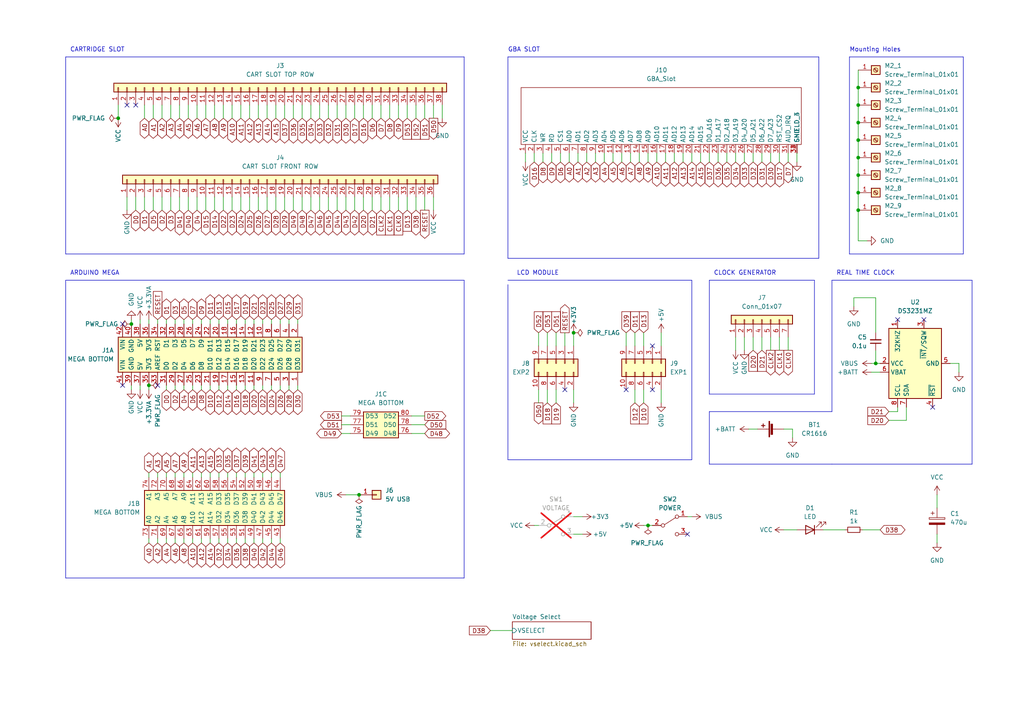
<source format=kicad_sch>
(kicad_sch (version 20231120) (generator "eeschema") (generator_version "8.0")
  (paper "A4")
  (title_block (title "OSCR HW5") (date "2023-07-16") (rev "5"))
  (junction (at 254 105.41))
  (junction (at 248.92 45.72))
  (junction (at 248.92 40.64))
  (junction (at 248.92 55.88))
  (junction (at 248.92 25.4))
  (junction (at 38.1 93.98))
  (junction (at 248.92 30.48))
  (junction (at 104.14 143.51))
  (junction (at 187.96 152.4))
  (junction (at 248.92 60.96))
  (junction (at 248.92 50.8))
  (junction (at 34.29 34.29))
  (junction (at 43.18 111.76))
  (junction (at 248.92 35.56))
  (junction (at 166.37 96.52))
  (no_connect (at 45.72 111.76))
  (no_connect (at 163.83 113.03))
  (no_connect (at 181.61 113.03))
  (no_connect (at 189.23 100.33))
  (no_connect (at 189.23 113.03))
  (no_connect (at 36.83 30.48))
  (no_connect (at 199.39 154.94))
  (no_connect (at 267.97 92.71))
  (no_connect (at 260.35 92.71))
  (no_connect (at 270.51 118.11))
  (no_connect (at 39.37 30.48))
  (no_connect (at 35.56 93.98))
  (no_connect (at 35.56 111.76))
  (wire (pts (xy 123.19 30.48) (xy 123.19 34.29)))
  (wire (pts (xy 49.53 57.15) (xy 49.53 60.96)))
  (wire (pts (xy 203.2 44.45) (xy 203.2 46.99)))
  (wire (pts (xy 254 101.6) (xy 254 105.41)))
  (wire (pts (xy 39.37 57.15) (xy 39.37 60.96)))
  (wire (pts (xy 68.58 111.76) (xy 68.58 113.03)))
  (wire (pts (xy 57.15 57.15) (xy 57.15 60.96)))
  (wire (pts (xy 78.74 92.71) (xy 78.74 93.98)))
  (wire (pts (xy 175.26 44.45) (xy 175.26 46.99)))
  (polyline (pts (xy 241.3 134.62) (xy 205.74 134.62)))
  (wire (pts (xy 110.49 30.48) (xy 110.49 34.29)))
  (wire (pts (xy 231.14 44.45) (xy 231.14 46.99)))
  (wire (pts (xy 92.71 30.48) (xy 92.71 34.29)))
  (wire (pts (xy 77.47 30.48) (xy 77.47 34.29)))
  (wire (pts (xy 248.92 40.64) (xy 248.92 45.72)))
  (wire (pts (xy 50.8 156.21) (xy 50.8 157.48)))
  (wire (pts (xy 63.5 111.76) (xy 63.5 113.03)))
  (wire (pts (xy 223.52 44.45) (xy 223.52 46.99)))
  (polyline (pts (xy 147.32 16.51) (xy 237.49 16.51)))
  (wire (pts (xy 118.11 30.48) (xy 118.11 34.29)))
  (wire (pts (xy 190.5 44.45) (xy 190.5 46.99)))
  (wire (pts (xy 82.55 57.15) (xy 82.55 60.96)))
  (wire (pts (xy 187.96 44.45) (xy 187.96 46.99)))
  (wire (pts (xy 52.07 57.15) (xy 52.07 60.96)))
  (wire (pts (xy 66.04 156.21) (xy 66.04 157.48)))
  (wire (pts (xy 71.12 92.71) (xy 71.12 93.98)))
  (wire (pts (xy 100.33 143.51) (xy 104.14 143.51)))
  (wire (pts (xy 66.04 137.16) (xy 66.04 138.43)))
  (wire (pts (xy 218.44 44.45) (xy 218.44 46.99)))
  (wire (pts (xy 99.06 120.65) (xy 101.6 120.65)))
  (wire (pts (xy 208.28 44.45) (xy 208.28 46.99)))
  (wire (pts (xy 257.81 119.38) (xy 260.35 119.38)))
  (wire (pts (xy 170.18 44.45) (xy 170.18 46.99)))
  (wire (pts (xy 223.52 97.79) (xy 223.52 101.6)))
  (wire (pts (xy 157.48 44.45) (xy 157.48 46.99)))
  (wire (pts (xy 68.58 156.21) (xy 68.58 157.48)))
  (wire (pts (xy 238.76 153.67) (xy 245.11 153.67)))
  (wire (pts (xy 184.15 113.03) (xy 184.15 116.84)))
  (polyline (pts (xy 205.74 81.28) (xy 205.74 114.3)))
  (polyline (pts (xy 205.74 81.28) (xy 236.22 81.28)))
  (polyline (pts (xy 205.74 114.3) (xy 236.22 114.3)))
  (polyline (pts (xy 236.22 114.3) (xy 236.22 81.28)))
  (wire (pts (xy 107.95 30.48) (xy 107.95 34.29)))
  (polyline (pts (xy 205.74 134.62) (xy 205.74 119.38)))
  (wire (pts (xy 248.92 69.85) (xy 251.46 69.85)))
  (wire (pts (xy 254 96.52) (xy 254 86.36)))
  (wire (pts (xy 123.19 57.15) (xy 123.19 60.96)))
  (wire (pts (xy 41.91 30.48) (xy 41.91 34.29)))
  (wire (pts (xy 74.93 30.48) (xy 74.93 34.29)))
  (wire (pts (xy 227.33 124.46) (xy 229.87 124.46)))
  (wire (pts (xy 248.92 20.32) (xy 248.92 25.4)))
  (wire (pts (xy 72.39 30.48) (xy 72.39 34.29)))
  (wire (pts (xy 54.61 57.15) (xy 54.61 60.96)))
  (wire (pts (xy 80.01 57.15) (xy 80.01 60.96)))
  (wire (pts (xy 115.57 57.15) (xy 115.57 60.96)))
  (wire (pts (xy 165.1 44.45) (xy 165.1 46.99)))
  (wire (pts (xy 68.58 92.71) (xy 68.58 93.98)))
  (wire (pts (xy 60.96 92.71) (xy 60.96 93.98)))
  (wire (pts (xy 278.13 105.41) (xy 275.59 105.41)))
  (wire (pts (xy 110.49 57.15) (xy 110.49 60.96)))
  (wire (pts (xy 248.92 35.56) (xy 248.92 40.64)))
  (wire (pts (xy 191.77 96.52) (xy 191.77 100.33)))
  (wire (pts (xy 43.18 156.21) (xy 43.18 157.48)))
  (wire (pts (xy 45.72 137.16) (xy 45.72 138.43)))
  (wire (pts (xy 72.39 57.15) (xy 72.39 60.96)))
  (wire (pts (xy 160.02 44.45) (xy 160.02 46.99)))
  (wire (pts (xy 86.36 111.76) (xy 86.36 113.03)))
  (wire (pts (xy 191.77 113.03) (xy 191.77 116.84)))
  (wire (pts (xy 64.77 30.48) (xy 64.77 34.29)))
  (wire (pts (xy 55.88 92.71) (xy 55.88 93.98)))
  (wire (pts (xy 193.04 44.45) (xy 193.04 46.99)))
  (wire (pts (xy 81.28 92.71) (xy 81.28 93.98)))
  (wire (pts (xy 186.69 96.52) (xy 186.69 100.33)))
  (wire (pts (xy 215.9 44.45) (xy 215.9 46.99)))
  (wire (pts (xy 248.92 55.88) (xy 248.92 60.96)))
  (wire (pts (xy 55.88 156.21) (xy 55.88 157.48)))
  (wire (pts (xy 260.35 119.38) (xy 260.35 118.11)))
  (wire (pts (xy 125.73 30.48) (xy 125.73 34.29)))
  (wire (pts (xy 46.99 30.48) (xy 46.99 34.29)))
  (wire (pts (xy 220.98 97.79) (xy 220.98 101.6)))
  (polyline (pts (xy 281.94 134.62) (xy 281.94 81.28)))
  (wire (pts (xy 50.8 111.76) (xy 50.8 113.03)))
  (wire (pts (xy 205.74 44.45) (xy 205.74 46.99)))
  (wire (pts (xy 73.66 137.16) (xy 73.66 138.43)))
  (wire (pts (xy 63.5 137.16) (xy 63.5 138.43)))
  (wire (pts (xy 44.45 57.15) (xy 44.45 60.96)))
  (wire (pts (xy 105.41 30.48) (xy 105.41 34.29)))
  (wire (pts (xy 48.26 156.21) (xy 48.26 157.48)))
  (polyline (pts (xy 147.32 74.93) (xy 237.49 74.93)))
  (polyline (pts (xy 241.3 134.62) (xy 281.94 134.62)))
  (polyline (pts (xy 246.38 16.51) (xy 246.38 73.66)))
  (polyline (pts (xy 246.38 16.51) (xy 279.4 16.51)))
  (polyline (pts (xy 279.4 16.51) (xy 279.4 73.66)))
  (polyline (pts (xy 279.4 73.66) (xy 246.38 73.66)))
  (wire (pts (xy 41.91 57.15) (xy 41.91 60.96)))
  (wire (pts (xy 220.98 44.45) (xy 220.98 46.99)))
  (wire (pts (xy 81.28 111.76) (xy 81.28 113.03)))
  (wire (pts (xy 187.96 152.4) (xy 189.23 152.4)))
  (wire (pts (xy 68.58 137.16) (xy 68.58 138.43)))
  (wire (pts (xy 44.45 30.48) (xy 44.45 34.29)))
  (wire (pts (xy 53.34 137.16) (xy 53.34 138.43)))
  (wire (pts (xy 120.65 57.15) (xy 120.65 60.96)))
  (wire (pts (xy 158.75 96.52) (xy 158.75 100.33)))
  (wire (pts (xy 78.74 156.21) (xy 78.74 157.48)))
  (wire (pts (xy 50.8 92.71) (xy 50.8 93.98)))
  (wire (pts (xy 252.73 107.95) (xy 255.27 107.95)))
  (wire (pts (xy 247.65 86.36) (xy 247.65 88.9)))
  (wire (pts (xy 252.73 105.41) (xy 254 105.41)))
  (wire (pts (xy 82.55 30.48) (xy 82.55 34.29)))
  (wire (pts (xy 248.92 30.48) (xy 248.92 35.56)))
  (wire (pts (xy 71.12 111.76) (xy 71.12 113.03)))
  (wire (pts (xy 97.79 57.15) (xy 97.79 60.96)))
  (wire (pts (xy 158.75 113.03) (xy 158.75 116.84)))
  (wire (pts (xy 69.85 30.48) (xy 69.85 34.29)))
  (wire (pts (xy 248.92 45.72) (xy 248.92 50.8)))
  (wire (pts (xy 80.01 30.48) (xy 80.01 34.29)))
  (wire (pts (xy 90.17 57.15) (xy 90.17 60.96)))
  (polyline (pts (xy 19.05 16.51) (xy 19.05 73.66)))
  (polyline (pts (xy 19.05 16.51) (xy 134.62 16.51)))
  (polyline (pts (xy 134.62 16.51) (xy 134.62 73.66)))
  (polyline (pts (xy 134.62 73.66) (xy 19.05 73.66)))
  (wire (pts (xy 226.06 97.79) (xy 226.06 101.6)))
  (wire (pts (xy 60.96 137.16) (xy 60.96 138.43)))
  (wire (pts (xy 52.07 30.48) (xy 52.07 34.29)))
  (wire (pts (xy 248.92 50.8) (xy 248.92 55.88)))
  (wire (pts (xy 227.33 153.67) (xy 231.14 153.67)))
  (wire (pts (xy 254 86.36) (xy 247.65 86.36)))
  (wire (pts (xy 78.74 137.16) (xy 78.74 138.43)))
  (wire (pts (xy 100.33 30.48) (xy 100.33 34.29)))
  (wire (pts (xy 58.42 92.71) (xy 58.42 93.98)))
  (wire (pts (xy 177.8 44.45) (xy 177.8 46.99)))
  (wire (pts (xy 58.42 137.16) (xy 58.42 138.43)))
  (wire (pts (xy 38.1 92.71) (xy 38.1 93.98)))
  (wire (pts (xy 34.29 30.48) (xy 34.29 34.29)))
  (wire (pts (xy 95.25 30.48) (xy 95.25 34.29)))
  (wire (pts (xy 50.8 137.16) (xy 50.8 138.43)))
  (wire (pts (xy 154.94 152.4) (xy 156.21 152.4)))
  (wire (pts (xy 95.25 57.15) (xy 95.25 60.96)))
  (wire (pts (xy 77.47 57.15) (xy 77.47 60.96)))
  (wire (pts (xy 186.69 152.4) (xy 187.96 152.4)))
  (wire (pts (xy 64.77 57.15) (xy 64.77 60.96)))
  (wire (pts (xy 271.78 154.94) (xy 271.78 157.48)))
  (polyline (pts (xy 237.49 74.93) (xy 237.49 16.51)))
  (wire (pts (xy 67.31 30.48) (xy 67.31 34.29)))
  (wire (pts (xy 87.63 30.48) (xy 87.63 34.29)))
  (wire (pts (xy 113.03 30.48) (xy 113.03 34.29)))
  (wire (pts (xy 40.64 92.71) (xy 40.64 93.98)))
  (wire (pts (xy 71.12 137.16) (xy 71.12 138.43)))
  (wire (pts (xy 213.36 97.79) (xy 213.36 101.6)))
  (wire (pts (xy 184.15 96.52) (xy 184.15 100.33)))
  (wire (pts (xy 46.99 57.15) (xy 46.99 60.96)))
  (wire (pts (xy 48.26 137.16) (xy 48.26 138.43)))
  (polyline (pts (xy 147.32 81.28) (xy 200.66 81.28)))
  (polyline (pts (xy 147.32 82.55) (xy 147.32 133.35)))
  (polyline (pts (xy 147.32 133.35) (xy 200.66 133.35)))
  (polyline (pts (xy 200.66 133.35) (xy 200.66 81.28)))
  (wire (pts (xy 162.56 44.45) (xy 162.56 46.99)))
  (polyline (pts (xy 19.05 81.28) (xy 19.05 167.64)))
  (polyline (pts (xy 19.05 81.28) (xy 134.62 81.28)))
  (polyline (pts (xy 19.05 167.64) (xy 134.62 167.64)))
  (polyline (pts (xy 134.62 167.64) (xy 134.62 81.28)))
  (wire (pts (xy 107.95 57.15) (xy 107.95 60.96)))
  (wire (pts (xy 199.39 149.86) (xy 200.66 149.86)))
  (wire (pts (xy 76.2 111.76) (xy 76.2 113.03)))
  (wire (pts (xy 67.31 57.15) (xy 67.31 60.96)))
  (wire (pts (xy 99.06 123.19) (xy 101.6 123.19)))
  (wire (pts (xy 54.61 30.48) (xy 54.61 34.29)))
  (wire (pts (xy 156.21 113.03) (xy 156.21 116.84)))
  (wire (pts (xy 278.13 107.95) (xy 278.13 105.41)))
  (wire (pts (xy 45.72 156.21) (xy 45.72 157.48)))
  (wire (pts (xy 163.83 96.52) (xy 163.83 100.33)))
  (wire (pts (xy 53.34 92.71) (xy 53.34 93.98)))
  (wire (pts (xy 166.37 149.86) (xy 168.91 149.86)))
  (wire (pts (xy 119.38 125.73) (xy 123.19 125.73)))
  (wire (pts (xy 166.37 113.03) (xy 166.37 116.84)))
  (wire (pts (xy 262.89 121.92) (xy 257.81 121.92)))
  (wire (pts (xy 156.21 96.52) (xy 156.21 100.33)))
  (wire (pts (xy 49.53 30.48) (xy 49.53 34.29)))
  (wire (pts (xy 271.78 143.51) (xy 271.78 147.32)))
  (wire (pts (xy 198.12 44.45) (xy 198.12 46.99)))
  (polyline (pts (xy 241.3 81.28) (xy 281.94 81.28)))
  (wire (pts (xy 154.94 44.45) (xy 154.94 46.99)))
  (wire (pts (xy 60.96 111.76) (xy 60.96 113.03)))
  (wire (pts (xy 113.03 57.15) (xy 113.03 60.96)))
  (wire (pts (xy 73.66 156.21) (xy 73.66 157.48)))
  (polyline (pts (xy 205.74 119.38) (xy 241.3 119.38)))
  (wire (pts (xy 166.37 96.52) (xy 166.37 100.33)))
  (wire (pts (xy 102.87 30.48) (xy 102.87 34.29)))
  (wire (pts (xy 166.37 154.94) (xy 168.91 154.94)))
  (wire (pts (xy 180.34 44.45) (xy 180.34 46.99)))
  (wire (pts (xy 217.17 124.46) (xy 219.71 124.46)))
  (wire (pts (xy 59.69 30.48) (xy 59.69 34.29)))
  (wire (pts (xy 92.71 57.15) (xy 92.71 60.96)))
  (wire (pts (xy 181.61 96.52) (xy 181.61 100.33)))
  (wire (pts (xy 195.58 44.45) (xy 195.58 46.99)))
  (wire (pts (xy 218.44 97.79) (xy 218.44 101.6)))
  (wire (pts (xy 119.38 120.65) (xy 123.19 120.65)))
  (wire (pts (xy 62.23 57.15) (xy 62.23 60.96)))
  (wire (pts (xy 83.82 92.71) (xy 83.82 93.98)))
  (wire (pts (xy 66.04 111.76) (xy 66.04 113.03)))
  (wire (pts (xy 254 105.41) (xy 255.27 105.41)))
  (wire (pts (xy 262.89 118.11) (xy 262.89 121.92)))
  (wire (pts (xy 48.26 111.76) (xy 48.26 113.03)))
  (wire (pts (xy 228.6 44.45) (xy 228.6 46.99)))
  (wire (pts (xy 58.42 156.21) (xy 58.42 157.48)))
  (wire (pts (xy 43.18 137.16) (xy 43.18 138.43)))
  (wire (pts (xy 128.27 30.48) (xy 128.27 34.29)))
  (wire (pts (xy 161.29 113.03) (xy 161.29 116.84)))
  (wire (pts (xy 248.92 25.4) (xy 248.92 30.48)))
  (wire (pts (xy 74.93 57.15) (xy 74.93 60.96)))
  (wire (pts (xy 43.18 111.76) (xy 43.18 113.03)))
  (wire (pts (xy 48.26 92.71) (xy 48.26 93.98)))
  (wire (pts (xy 229.87 124.46) (xy 229.87 127)))
  (wire (pts (xy 73.66 92.71) (xy 73.66 93.98)))
  (wire (pts (xy 186.69 113.03) (xy 186.69 116.84)))
  (wire (pts (xy 115.57 30.48) (xy 115.57 34.29)))
  (wire (pts (xy 62.23 30.48) (xy 62.23 34.29)))
  (wire (pts (xy 105.41 57.15) (xy 105.41 60.96)))
  (wire (pts (xy 210.82 44.45) (xy 210.82 46.99)))
  (wire (pts (xy 120.65 30.48) (xy 120.65 34.29)))
  (wire (pts (xy 57.15 30.48) (xy 57.15 34.29)))
  (wire (pts (xy 60.96 156.21) (xy 60.96 157.48)))
  (wire (pts (xy 85.09 57.15) (xy 85.09 60.96)))
  (wire (pts (xy 99.06 125.73) (xy 101.6 125.73)))
  (wire (pts (xy 45.72 92.71) (xy 45.72 93.98)))
  (wire (pts (xy 81.28 156.21) (xy 81.28 157.48)))
  (wire (pts (xy 85.09 30.48) (xy 85.09 34.29)))
  (wire (pts (xy 58.42 111.76) (xy 58.42 113.03)))
  (wire (pts (xy 76.2 137.16) (xy 76.2 138.43)))
  (wire (pts (xy 71.12 156.21) (xy 71.12 157.48)))
  (polyline (pts (xy 147.32 16.51) (xy 147.32 74.93)))
  (wire (pts (xy 213.36 44.45) (xy 213.36 46.99)))
  (wire (pts (xy 63.5 156.21) (xy 63.5 157.48)))
  (wire (pts (xy 38.1 111.76) (xy 38.1 113.03)))
  (wire (pts (xy 118.11 57.15) (xy 118.11 60.96)))
  (wire (pts (xy 142.24 182.88) (xy 148.59 182.88)))
  (wire (pts (xy 43.18 92.71) (xy 43.18 93.98)))
  (wire (pts (xy 87.63 57.15) (xy 87.63 60.96)))
  (wire (pts (xy 69.85 57.15) (xy 69.85 60.96)))
  (wire (pts (xy 228.6 97.79) (xy 228.6 101.6)))
  (wire (pts (xy 66.04 92.71) (xy 66.04 93.98)))
  (wire (pts (xy 125.73 57.15) (xy 125.73 60.96)))
  (wire (pts (xy 182.88 44.45) (xy 182.88 46.99)))
  (wire (pts (xy 172.72 44.45) (xy 172.72 46.99)))
  (wire (pts (xy 90.17 30.48) (xy 90.17 34.29)))
  (wire (pts (xy 250.19 153.67) (xy 255.27 153.67)))
  (wire (pts (xy 40.64 111.76) (xy 40.64 113.03)))
  (wire (pts (xy 97.79 30.48) (xy 97.79 34.29)))
  (wire (pts (xy 167.64 44.45) (xy 167.64 46.99)))
  (wire (pts (xy 73.66 111.76) (xy 73.66 113.03)))
  (polyline (pts (xy 241.3 81.28) (xy 241.3 119.38)))
  (wire (pts (xy 36.83 57.15) (xy 36.83 60.96)))
  (wire (pts (xy 185.42 44.45) (xy 185.42 46.99)))
  (wire (pts (xy 161.29 96.52) (xy 161.29 100.33)))
  (wire (pts (xy 100.33 57.15) (xy 100.33 60.96)))
  (wire (pts (xy 53.34 156.21) (xy 53.34 157.48)))
  (wire (pts (xy 55.88 111.76) (xy 55.88 113.03)))
  (wire (pts (xy 53.34 111.76) (xy 53.34 113.03)))
  (wire (pts (xy 76.2 92.71) (xy 76.2 93.98)))
  (wire (pts (xy 83.82 111.76) (xy 83.82 113.03)))
  (wire (pts (xy 55.88 137.16) (xy 55.88 138.43)))
  (wire (pts (xy 102.87 57.15) (xy 102.87 60.96)))
  (wire (pts (xy 119.38 123.19) (xy 123.19 123.19)))
  (wire (pts (xy 76.2 156.21) (xy 76.2 157.48)))
  (wire (pts (xy 200.66 44.45) (xy 200.66 46.99)))
  (wire (pts (xy 215.9 97.79) (xy 215.9 101.6)))
  (wire (pts (xy 248.92 60.96) (xy 248.92 69.85)))
  (wire (pts (xy 59.69 57.15) (xy 59.69 60.96)))
  (wire (pts (xy 86.36 92.71) (xy 86.36 93.98)))
  (wire (pts (xy 78.74 111.76) (xy 78.74 113.03)))
  (wire (pts (xy 63.5 92.71) (xy 63.5 93.98)))
  (wire (pts (xy 152.4 44.45) (xy 152.4 46.99)))
  (wire (pts (xy 226.06 44.45) (xy 226.06 46.99)))
  (wire (pts (xy 81.28 137.16) (xy 81.28 138.43)))
  (text "LCD MODULE" (at 149.86 80.01 0) (effects (font (size 1.27 1.27)) (justify left bottom)))
  (text "REAL TIME CLOCK" (at 242.57 80.01 0) (effects (font (size 1.27 1.27)) (justify left bottom)))
  (text "CLOCK GENERATOR" (at 207.01 80.01 0) (effects (font (size 1.27 1.27)) (justify left bottom)))
  (text "CARTRIDGE SLOT" (at 20.32 15.24 0) (effects (font (size 1.27 1.27)) (justify left bottom)))
  (text "GBA SLOT" (at 147.32 15.24 0) (effects (font (size 1.27 1.27)) (justify left bottom)))
  (text "ARDUINO MEGA" (at 20.32 80.01 0) (effects (font (size 1.27 1.27)) (justify left bottom)))
  (text "Mounting Holes" (at 246.38 15.24 0) (effects (font (size 1.27 1.27)) (justify left bottom)))
  (global_label "D14" (shape bidirectional) (at 66.04 113.03 270) (property "Intersheetrefs" "${INTERSHEET_REFS}" (effects (hide yes))))
  (global_label "A7" (shape bidirectional) (at 182.88 46.99 270) (property "Intersheetrefs" "${INTERSHEET_REFS}" (effects (hide yes))))
  (global_label "D44" (shape bidirectional) (at 78.74 157.48 270) (property "Intersheetrefs" "${INTERSHEET_REFS}" (effects (hide yes))))
  (global_label "A6" (shape bidirectional) (at 57.15 34.29 270) (property "Intersheetrefs" "${INTERSHEET_REFS}" (effects (hide yes))))
  (global_label "D6" (shape bidirectional) (at 162.56 46.99 270) (property "Intersheetrefs" "${INTERSHEET_REFS}" (effects (hide yes))))
  (global_label "D11" (shape input) (at 184.15 96.52 90) (property "Intersheetrefs" "${INTERSHEET_REFS}" (effects (hide yes))))
  (global_label "D51" (shape input) (at 123.19 34.29 270) (property "Intersheetrefs" "${INTERSHEET_REFS}" (effects (hide yes))))
  (global_label "D38" (shape bidirectional) (at 71.12 157.48 270) (property "Intersheetrefs" "${INTERSHEET_REFS}" (effects (hide yes))))
  (global_label "D29" (shape bidirectional) (at 82.55 60.96 270) (property "Intersheetrefs" "${INTERSHEET_REFS}" (effects (hide yes))))
  (global_label "A10" (shape bidirectional) (at 55.88 157.48 270) (property "Intersheetrefs" "${INTERSHEET_REFS}" (effects (hide yes))))
  (global_label "D38" (shape input) (at 142.24 182.88 180) (property "Intersheetrefs" "${INTERSHEET_REFS}" (effects (hide yes))))
  (global_label "A9" (shape bidirectional) (at 64.77 34.29 270) (property "Intersheetrefs" "${INTERSHEET_REFS}" (effects (hide yes))))
  (global_label "D31" (shape bidirectional) (at 97.79 34.29 270) (property "Intersheetrefs" "${INTERSHEET_REFS}" (effects (hide yes))))
  (global_label "D4" (shape bidirectional) (at 53.34 113.03 270) (property "Intersheetrefs" "${INTERSHEET_REFS}" (effects (hide yes))))
  (global_label "D24" (shape bidirectional) (at 69.85 60.96 270) (property "Intersheetrefs" "${INTERSHEET_REFS}" (effects (hide yes))))
  (global_label "D28" (shape bidirectional) (at 83.82 113.03 270) (property "Intersheetrefs" "${INTERSHEET_REFS}" (effects (hide yes))))
  (global_label "D9" (shape bidirectional) (at 160.02 46.99 270) (property "Intersheetrefs" "${INTERSHEET_REFS}" (effects (hide yes))))
  (global_label "D19" (shape bidirectional) (at 71.12 92.71 90) (property "Intersheetrefs" "${INTERSHEET_REFS}" (effects (hide yes))))
  (global_label "CLK2" (shape output) (at 223.52 101.6 270) (property "Intersheetrefs" "${INTERSHEET_REFS}" (effects (hide yes))))
  (global_label "D0" (shape bidirectional) (at 48.26 113.03 270) (property "Intersheetrefs" "${INTERSHEET_REFS}" (effects (hide yes))))
  (global_label "D50" (shape output) (at 125.73 34.29 270) (property "Intersheetrefs" "${INTERSHEET_REFS}" (effects (hide yes))))
  (global_label "D17" (shape bidirectional) (at 102.87 34.29 270) (property "Intersheetrefs" "${INTERSHEET_REFS}" (effects (hide yes))))
  (global_label "D37" (shape bidirectional) (at 68.58 137.16 90) (property "Intersheetrefs" "${INTERSHEET_REFS}" (effects (hide yes))))
  (global_label "D7" (shape bidirectional) (at 228.6 46.99 270) (property "Intersheetrefs" "${INTERSHEET_REFS}" (effects (hide yes))))
  (global_label "D34" (shape bidirectional) (at 90.17 34.29 270) (property "Intersheetrefs" "${INTERSHEET_REFS}" (effects (hide yes))))
  (global_label "A11" (shape bidirectional) (at 69.85 34.29 270) (property "Intersheetrefs" "${INTERSHEET_REFS}" (effects (hide yes))))
  (global_label "A6" (shape bidirectional) (at 50.8 157.48 270) (property "Intersheetrefs" "${INTERSHEET_REFS}" (effects (hide yes))))
  (global_label "D46" (shape bidirectional) (at 92.71 60.96 270) (property "Intersheetrefs" "${INTERSHEET_REFS}" (effects (hide yes))))
  (global_label "A2" (shape bidirectional) (at 170.18 46.99 270) (property "Intersheetrefs" "${INTERSHEET_REFS}" (effects (hide yes))))
  (global_label "D25" (shape bidirectional) (at 72.39 60.96 270) (property "Intersheetrefs" "${INTERSHEET_REFS}" (effects (hide yes))))
  (global_label "A5" (shape bidirectional) (at 177.8 46.99 270) (property "Intersheetrefs" "${INTERSHEET_REFS}" (effects (hide yes))))
  (global_label "D24" (shape bidirectional) (at 78.74 113.03 270) (property "Intersheetrefs" "${INTERSHEET_REFS}" (effects (hide yes))))
  (global_label "CLK1" (shape input) (at 113.03 60.96 270) (property "Intersheetrefs" "${INTERSHEET_REFS}" (effects (hide yes))))
  (global_label "A5" (shape bidirectional) (at 54.61 34.29 270) (property "Intersheetrefs" "${INTERSHEET_REFS}" (effects (hide yes))))
  (global_label "D50" (shape output) (at 156.21 116.84 270) (property "Intersheetrefs" "${INTERSHEET_REFS}" (effects (hide yes))))
  (global_label "A13" (shape bidirectional) (at 198.12 46.99 270) (property "Intersheetrefs" "${INTERSHEET_REFS}" (effects (hide yes))))
  (global_label "CLK0" (shape output) (at 228.6 101.6 270) (property "Intersheetrefs" "${INTERSHEET_REFS}" (effects (hide yes))))
  (global_label "A11" (shape bidirectional) (at 55.88 137.16 90) (property "Intersheetrefs" "${INTERSHEET_REFS}" (effects (hide yes))))
  (global_label "D49" (shape bidirectional) (at 85.09 60.96 270) (property "Intersheetrefs" "${INTERSHEET_REFS}" (effects (hide yes))))
  (global_label "D7" (shape bidirectional) (at 110.49 34.29 270) (property "Intersheetrefs" "${INTERSHEET_REFS}" (effects (hide yes))))
  (global_label "D46" (shape bidirectional) (at 81.28 157.48 270) (property "Intersheetrefs" "${INTERSHEET_REFS}" (effects (hide yes))))
  (global_label "D48" (shape bidirectional) (at 123.19 125.73 0) (property "Intersheetrefs" "${INTERSHEET_REFS}" (effects (hide yes))))
  (global_label "D21" (shape bidirectional) (at 73.66 92.71 90) (property "Intersheetrefs" "${INTERSHEET_REFS}" (effects (hide yes))))
  (global_label "D6" (shape bidirectional) (at 55.88 113.03 270) (property "Intersheetrefs" "${INTERSHEET_REFS}" (effects (hide yes))))
  (global_label "D16" (shape bidirectional) (at 105.41 34.29 270) (property "Intersheetrefs" "${INTERSHEET_REFS}" (effects (hide yes))))
  (global_label "D33" (shape bidirectional) (at 92.71 34.29 270) (property "Intersheetrefs" "${INTERSHEET_REFS}" (effects (hide yes))))
  (global_label "A12" (shape bidirectional) (at 72.39 34.29 270) (property "Intersheetrefs" "${INTERSHEET_REFS}" (effects (hide yes))))
  (global_label "CLK0" (shape input) (at 115.57 60.96 270) (property "Intersheetrefs" "${INTERSHEET_REFS}" (effects (hide yes))))
  (global_label "D9" (shape bidirectional) (at 115.57 34.29 270) (property "Intersheetrefs" "${INTERSHEET_REFS}" (effects (hide yes))))
  (global_label "D53" (shape input) (at 118.11 34.29 270) (property "Intersheetrefs" "${INTERSHEET_REFS}" (effects (hide yes))))
  (global_label "D17" (shape bidirectional) (at 68.58 92.71 90) (property "Intersheetrefs" "${INTERSHEET_REFS}" (effects (hide yes))))
  (global_label "D38" (shape bidirectional) (at 120.65 60.96 270) (property "Intersheetrefs" "${INTERSHEET_REFS}" (effects (hide yes))))
  (global_label "A7" (shape bidirectional) (at 59.69 34.29 270) (property "Intersheetrefs" "${INTERSHEET_REFS}" (effects (hide yes))))
  (global_label "D52" (shape input) (at 120.65 34.29 270) (property "Intersheetrefs" "${INTERSHEET_REFS}" (effects (hide yes))))
  (global_label "D30" (shape bidirectional) (at 100.33 34.29 270) (property "Intersheetrefs" "${INTERSHEET_REFS}" (effects (hide yes))))
  (global_label "D13" (shape input) (at 186.69 96.52 90) (property "Intersheetrefs" "${INTERSHEET_REFS}" (effects (hide yes))))
  (global_label "D8" (shape bidirectional) (at 58.42 113.03 270) (property "Intersheetrefs" "${INTERSHEET_REFS}" (effects (hide yes))))
  (global_label "D40" (shape bidirectional) (at 54.61 60.96 270) (property "Intersheetrefs" "${INTERSHEET_REFS}" (effects (hide yes))))
  (global_label "D15" (shape bidirectional) (at 59.69 60.96 270) (property "Intersheetrefs" "${INTERSHEET_REFS}" (effects (hide yes))))
  (global_label "A10" (shape bidirectional) (at 190.5 46.99 270) (property "Intersheetrefs" "${INTERSHEET_REFS}" (effects (hide yes))))
  (global_label "D34" (shape bidirectional) (at 66.04 157.48 270) (property "Intersheetrefs" "${INTERSHEET_REFS}" (effects (hide yes))))
  (global_label "D22" (shape bidirectional) (at 76.2 113.03 270) (property "Intersheetrefs" "${INTERSHEET_REFS}" (effects (hide yes))))
  (global_label "D26" (shape bidirectional) (at 81.28 113.03 270) (property "Intersheetrefs" "${INTERSHEET_REFS}" (effects (hide yes))))
  (global_label "D28" (shape bidirectional) (at 80.01 60.96 270) (property "Intersheetrefs" "${INTERSHEET_REFS}" (effects (hide yes))))
  (global_label "A3" (shape bidirectional) (at 172.72 46.99 270) (property "Intersheetrefs" "${INTERSHEET_REFS}" (effects (hide yes))))
  (global_label "D42" (shape bidirectional) (at 76.2 157.48 270) (property "Intersheetrefs" "${INTERSHEET_REFS}" (effects (hide yes))))
  (global_label "D43" (shape bidirectional) (at 76.2 137.16 90) (property "Intersheetrefs" "${INTERSHEET_REFS}" (effects (hide yes))))
  (global_label "A1" (shape bidirectional) (at 44.45 34.29 270) (property "Intersheetrefs" "${INTERSHEET_REFS}" (effects (hide yes))))
  (global_label "D47" (shape bidirectional) (at 90.17 60.96 270) (property "Intersheetrefs" "${INTERSHEET_REFS}" (effects (hide yes))))
  (global_label "D12" (shape input) (at 184.15 116.84 270) (property "Intersheetrefs" "${INTERSHEET_REFS}" (effects (hide yes))))
  (global_label "D36" (shape bidirectional) (at 68.58 157.48 270) (property "Intersheetrefs" "${INTERSHEET_REFS}" (effects (hide yes))))
  (global_label "A13" (shape bidirectional) (at 74.93 34.29 270) (property "Intersheetrefs" "${INTERSHEET_REFS}" (effects (hide yes))))
  (global_label "D16" (shape bidirectional) (at 68.58 113.03 270) (property "Intersheetrefs" "${INTERSHEET_REFS}" (effects (hide yes))))
  (global_label "D18" (shape input) (at 158.75 116.84 270) (property "Intersheetrefs" "${INTERSHEET_REFS}" (effects (hide yes))))
  (global_label "A3" (shape bidirectional) (at 49.53 34.29 270) (property "Intersheetrefs" "${INTERSHEET_REFS}" (effects (hide yes))))
  (global_label "A12" (shape bidirectional) (at 58.42 157.48 270) (property "Intersheetrefs" "${INTERSHEET_REFS}" (effects (hide yes))))
  (global_label "D49" (shape bidirectional) (at 99.06 125.73 180) (property "Intersheetrefs" "${INTERSHEET_REFS}" (effects (hide yes))))
  (global_label "D51" (shape output) (at 99.06 123.19 180) (property "Intersheetrefs" "${INTERSHEET_REFS}" (effects (hide yes))))
  (global_label "A9" (shape bidirectional) (at 53.34 137.16 90) (property "Intersheetrefs" "${INTERSHEET_REFS}" (effects (hide yes))))
  (global_label "A11" (shape bidirectional) (at 193.04 46.99 270) (property "Intersheetrefs" "${INTERSHEET_REFS}" (effects (hide yes))))
  (global_label "D43" (shape bidirectional) (at 100.33 60.96 270) (property "Intersheetrefs" "${INTERSHEET_REFS}" (effects (hide yes))))
  (global_label "D8" (shape bidirectional) (at 113.03 34.29 270) (property "Intersheetrefs" "${INTERSHEET_REFS}" (effects (hide yes))))
  (global_label "D36" (shape bidirectional) (at 85.09 34.29 270) (property "Intersheetrefs" "${INTERSHEET_REFS}" (effects (hide yes))))
  (global_label "D35" (shape bidirectional) (at 210.82 46.99 270) (property "Intersheetrefs" "${INTERSHEET_REFS}" (effects (hide yes))))
  (global_label "D47" (shape bidirectional) (at 81.28 137.16 90) (property "Intersheetrefs" "${INTERSHEET_REFS}" (effects (hide yes))))
  (global_label "D45" (shape bidirectional) (at 78.74 137.16 90) (property "Intersheetrefs" "${INTERSHEET_REFS}" (effects (hide yes))))
  (global_label "D21" (shape input) (at 257.81 119.38 180) (property "Intersheetrefs" "${INTERSHEET_REFS}" (effects (hide yes))))
  (global_label "A2" (shape bidirectional) (at 45.72 157.48 270) (property "Intersheetrefs" "${INTERSHEET_REFS}" (effects (hide yes))))
  (global_label "D23" (shape bidirectional) (at 67.31 60.96 270) (property "Intersheetrefs" "${INTERSHEET_REFS}" (effects (hide yes))))
  (global_label "D31" (shape bidirectional) (at 86.36 92.71 90) (property "Intersheetrefs" "${INTERSHEET_REFS}" (effects (hide yes))))
  (global_label "D30" (shape bidirectional) (at 223.52 46.99 270) (property "Intersheetrefs" "${INTERSHEET_REFS}" (effects (hide yes))))
  (global_label "D33" (shape bidirectional) (at 215.9 46.99 270) (property "Intersheetrefs" "${INTERSHEET_REFS}" (effects (hide yes))))
  (global_label "D1" (shape bidirectional) (at 41.91 60.96 270) (property "Intersheetrefs" "${INTERSHEET_REFS}" (effects (hide yes))))
  (global_label "D39" (shape bidirectional) (at 71.12 137.16 90) (property "Intersheetrefs" "${INTERSHEET_REFS}" (effects (hide yes))))
  (global_label "D25" (shape bidirectional) (at 78.74 92.71 90) (property "Intersheetrefs" "${INTERSHEET_REFS}" (effects (hide yes))))
  (global_label "D14" (shape bidirectional) (at 62.23 60.96 270) (property "Intersheetrefs" "${INTERSHEET_REFS}" (effects (hide yes))))
  (global_label "A13" (shape bidirectional) (at 58.42 137.16 90) (property "Intersheetrefs" "${INTERSHEET_REFS}" (effects (hide yes))))
  (global_label "D31" (shape bidirectional) (at 220.98 46.99 270) (property "Intersheetrefs" "${INTERSHEET_REFS}" (effects (hide yes))))
  (global_label "D19" (shape input) (at 161.29 116.84 270) (property "Intersheetrefs" "${INTERSHEET_REFS}" (effects (hide yes))))
  (global_label "A9" (shape bidirectional) (at 187.96 46.99 270) (property "Intersheetrefs" "${INTERSHEET_REFS}" (effects (hide yes))))
  (global_label "D4" (shape bidirectional) (at 57.15 60.96 270) (property "Intersheetrefs" "${INTERSHEET_REFS}" (effects (hide yes))))
  (global_label "D22" (shape bidirectional) (at 64.77 60.96 270) (property "Intersheetrefs" "${INTERSHEET_REFS}" (effects (hide yes))))
  (global_label "A5" (shape bidirectional) (at 48.26 137.16 90) (property "Intersheetrefs" "${INTERSHEET_REFS}" (effects (hide yes))))
  (global_label "D2" (shape bidirectional) (at 46.99 60.96 270) (property "Intersheetrefs" "${INTERSHEET_REFS}" (effects (hide yes))))
  (global_label "D50" (shape input) (at 123.19 123.19 0) (property "Intersheetrefs" "${INTERSHEET_REFS}" (effects (hide yes))))
  (global_label "D17" (shape bidirectional) (at 226.06 46.99 270) (property "Intersheetrefs" "${INTERSHEET_REFS}" (effects (hide yes))))
  (global_label "CLK1" (shape output) (at 226.06 101.6 270) (property "Intersheetrefs" "${INTERSHEET_REFS}" (effects (hide yes))))
  (global_label "D35" (shape bidirectional) (at 87.63 34.29 270) (property "Intersheetrefs" "${INTERSHEET_REFS}" (effects (hide yes))))
  (global_label "D39" (shape input) (at 181.61 96.52 90) (property "Intersheetrefs" "${INTERSHEET_REFS}" (effects (hide yes))))
  (global_label "D21" (shape bidirectional) (at 107.95 60.96 270) (property "Intersheetrefs" "${INTERSHEET_REFS}" (effects (hide yes))))
  (global_label "A0" (shape bidirectional) (at 41.91 34.29 270) (property "Intersheetrefs" "${INTERSHEET_REFS}" (effects (hide yes))))
  (global_label "D13" (shape bidirectional) (at 63.5 92.71 90) (property "Intersheetrefs" "${INTERSHEET_REFS}" (effects (hide yes))))
  (global_label "D27" (shape bidirectional) (at 81.28 92.71 90) (property "Intersheetrefs" "${INTERSHEET_REFS}" (effects (hide yes))))
  (global_label "RESET" (shape input) (at 45.72 92.71 90) (property "Intersheetrefs" "${INTERSHEET_REFS}" (effects (hide yes))))
  (global_label "D44" (shape bidirectional) (at 97.79 60.96 270) (property "Intersheetrefs" "${INTERSHEET_REFS}" (effects (hide yes))))
  (global_label "A14" (shape bidirectional) (at 60.96 157.48 270) (property "Intersheetrefs" "${INTERSHEET_REFS}" (effects (hide yes))))
  (global_label "D20" (shape input) (at 257.81 121.92 180) (property "Intersheetrefs" "${INTERSHEET_REFS}" (effects (hide yes))))
  (global_label "D34" (shape bidirectional) (at 213.36 46.99 270) (property "Intersheetrefs" "${INTERSHEET_REFS}" (effects (hide yes))))
  (global_label "D48" (shape bidirectional) (at 87.63 60.96 270) (property "Intersheetrefs" "${INTERSHEET_REFS}" (effects (hide yes))))
  (global_label "A10" (shape bidirectional) (at 67.31 34.29 270) (property "Intersheetrefs" "${INTERSHEET_REFS}" (effects (hide yes))))
  (global_label "D15" (shape bidirectional) (at 66.04 92.71 90) (property "Intersheetrefs" "${INTERSHEET_REFS}" (effects (hide yes))))
  (global_label "A8" (shape bidirectional) (at 185.42 46.99 270) (property "Intersheetrefs" "${INTERSHEET_REFS}" (effects (hide yes))))
  (global_label "D27" (shape bidirectional) (at 77.47 60.96 270) (property "Intersheetrefs" "${INTERSHEET_REFS}" (effects (hide yes))))
  (global_label "D0" (shape bidirectional) (at 39.37 60.96 270) (property "Intersheetrefs" "${INTERSHEET_REFS}" (effects (hide yes))))
  (global_label "D38" (shape bidirectional) (at 255.27 153.67 0) (property "Intersheetrefs" "${INTERSHEET_REFS}" (effects (hide yes))))
  (global_label "D1" (shape bidirectional) (at 48.26 92.71 90) (property "Intersheetrefs" "${INTERSHEET_REFS}" (effects (hide yes))))
  (global_label "D2" (shape bidirectional) (at 50.8 113.03 270) (property "Intersheetrefs" "${INTERSHEET_REFS}" (effects (hide yes))))
  (global_label "A0" (shape bidirectional) (at 165.1 46.99 270) (property "Intersheetrefs" "${INTERSHEET_REFS}" (effects (hide yes))))
  (global_label "D33" (shape bidirectional) (at 63.5 137.16 90) (property "Intersheetrefs" "${INTERSHEET_REFS}" (effects (hide yes))))
  (global_label "A4" (shape bidirectional) (at 175.26 46.99 270) (property "Intersheetrefs" "${INTERSHEET_REFS}" (effects (hide yes))))
  (global_label "D16" (shape bidirectional) (at 154.94 46.99 270) (property "Intersheetrefs" "${INTERSHEET_REFS}" (effects (hide yes))))
  (global_label "D3" (shape bidirectional) (at 49.53 60.96 270) (property "Intersheetrefs" "${INTERSHEET_REFS}" (effects (hide yes))))
  (global_label "D36" (shape bidirectional) (at 208.28 46.99 270) (property "Intersheetrefs" "${INTERSHEET_REFS}" (effects (hide yes))))
  (global_label "D42" (shape bidirectional) (at 102.87 60.96 270) (property "Intersheetrefs" "${INTERSHEET_REFS}" (effects (hide yes))))
  (global_label "D40" (shape bidirectional) (at 73.66 157.48 270) (property "Intersheetrefs" "${INTERSHEET_REFS}" (effects (hide yes))))
  (global_label "D3" (shape bidirectional) (at 50.8 92.71 90) (property "Intersheetrefs" "${INTERSHEET_REFS}" (effects (hide yes))))
  (global_label "D41" (shape bidirectional) (at 52.07 60.96 270) (property "Intersheetrefs" "${INTERSHEET_REFS}" (effects (hide yes))))
  (global_label "D13" (shape input) (at 118.11 60.96 270) (property "Intersheetrefs" "${INTERSHEET_REFS}" (effects (hide yes))))
  (global_label "D18" (shape bidirectional) (at 71.12 113.03 270) (property "Intersheetrefs" "${INTERSHEET_REFS}" (effects (hide yes))))
  (global_label "D7" (shape bidirectional) (at 55.88 92.71 90) (property "Intersheetrefs" "${INTERSHEET_REFS}" (effects (hide yes))))
  (global_label "D32" (shape bidirectional) (at 95.25 34.29 270) (property "Intersheetrefs" "${INTERSHEET_REFS}" (effects (hide yes))))
  (global_label "A4" (shape bidirectional) (at 48.26 157.48 270) (property "Intersheetrefs" "${INTERSHEET_REFS}" (effects (hide yes))))
  (global_label "A1" (shape bidirectional) (at 43.18 137.16 90) (property "Intersheetrefs" "${INTERSHEET_REFS}" (effects (hide yes))))
  (global_label "D37" (shape bidirectional) (at 82.55 34.29 270) (property "Intersheetrefs" "${INTERSHEET_REFS}" (effects (hide yes))))
  (global_label "A3" (shape bidirectional) (at 45.72 137.16 90) (property "Intersheetrefs" "${INTERSHEET_REFS}" (effects (hide yes))))
  (global_label "A6" (shape bidirectional) (at 180.34 46.99 270) (property "Intersheetrefs" "${INTERSHEET_REFS}" (effects (hide yes))))
  (global_label "D12" (shape bidirectional) (at 63.5 113.03 270) (property "Intersheetrefs" "${INTERSHEET_REFS}" (effects (hide yes))))
  (global_label "D21" (shape input) (at 220.98 101.6 270) (property "Intersheetrefs" "${INTERSHEET_REFS}" (effects (hide yes))))
  (global_label "A15" (shape bidirectional) (at 203.2 46.99 270) (property "Intersheetrefs" "${INTERSHEET_REFS}" (effects (hide yes))))
  (global_label "D11" (shape bidirectional) (at 60.96 92.71 90) (property "Intersheetrefs" "${INTERSHEET_REFS}" (effects (hide yes))))
  (global_label "A14" (shape bidirectional) (at 200.66 46.99 270) (property "Intersheetrefs" "${INTERSHEET_REFS}" (effects (hide yes))))
  (global_label "A14" (shape bidirectional) (at 77.47 34.29 270) (property "Intersheetrefs" "${INTERSHEET_REFS}" (effects (hide yes))))
  (global_label "RESET" (shape output) (at 123.19 60.96 270) (property "Intersheetrefs" "${INTERSHEET_REFS}" (effects (hide yes))))
  (global_label "D23" (shape bidirectional) (at 76.2 92.71 90) (property "Intersheetrefs" "${INTERSHEET_REFS}" (effects (hide yes))))
  (global_label "D32" (shape bidirectional) (at 218.44 46.99 270) (property "Intersheetrefs" "${INTERSHEET_REFS}" (effects (hide yes))))
  (global_label "D9" (shape bidirectional) (at 58.42 92.71 90) (property "Intersheetrefs" "${INTERSHEET_REFS}" (effects (hide yes))))
  (global_label "A7" (shape bidirectional) (at 50.8 137.16 90) (property "Intersheetrefs" "${INTERSHEET_REFS}" (effects (hide yes))))
  (global_label "D45" (shape bidirectional) (at 95.25 60.96 270) (property "Intersheetrefs" "${INTERSHEET_REFS}" (effects (hide yes))))
  (global_label "A15" (shape bidirectional) (at 80.01 34.29 270) (property "Intersheetrefs" "${INTERSHEET_REFS}" (effects (hide yes))))
  (global_label "D6" (shape bidirectional) (at 107.95 34.29 270) (property "Intersheetrefs" "${INTERSHEET_REFS}" (effects (hide yes))))
  (global_label "A8" (shape bidirectional) (at 53.34 157.48 270) (property "Intersheetrefs" "${INTERSHEET_REFS}" (effects (hide yes))))
  (global_label "D20" (shape bidirectional) (at 105.41 60.96 270) (property "Intersheetrefs" "${INTERSHEET_REFS}" (effects (hide yes))))
  (global_label "D5" (shape bidirectional) (at 53.34 92.71 90) (property "Intersheetrefs" "${INTERSHEET_REFS}" (effects (hide yes))))
  (global_label "D29" (shape bidirectional) (at 83.82 92.71 90) (property "Intersheetrefs" "${INTERSHEET_REFS}" (effects (hide yes))))
  (global_label "D53" (shape input) (at 158.75 96.52 90) (property "Intersheetrefs" "${INTERSHEET_REFS}" (effects (hide yes))))
  (global_label "D10" (shape bidirectional) (at 60.96 113.03 270) (property "Intersheetrefs" "${INTERSHEET_REFS}" (effects (hide yes))))
  (global_label "D20" (shape input) (at 218.44 101.6 270) (property "Intersheetrefs" "${INTERSHEET_REFS}" (effects (hide yes))))
  (global_label "CLK2" (shape input) (at 110.49 60.96 270) (property "Intersheetrefs" "${INTERSHEET_REFS}" (effects (hide yes))))
  (global_label "D26" (shape bidirectional) (at 74.93 60.96 270) (property "Intersheetrefs" "${INTERSHEET_REFS}" (effects (hide yes))))
  (global_label "D51" (shape input) (at 161.29 96.52 90) (property "Intersheetrefs" "${INTERSHEET_REFS}" (effects (hide yes))))
  (global_label "D30" (shape bidirectional) (at 86.36 113.03 270) (property "Intersheetrefs" "${INTERSHEET_REFS}" (effects (hide yes))))
  (global_label "D5" (shape bidirectional) (at 44.45 60.96 270) (property "Intersheetrefs" "${INTERSHEET_REFS}" (effects (hide yes))))
  (global_label "D52" (shape output) (at 123.19 120.65 0) (property "Intersheetrefs" "${INTERSHEET_REFS}" (effects (hide yes))))
  (global_label "D53" (shape output) (at 99.06 120.65 180) (property "Intersheetrefs" "${INTERSHEET_REFS}" (effects (hide yes))))
  (global_label "A4" (shape bidirectional) (at 52.07 34.29 270) (property "Intersheetrefs" "${INTERSHEET_REFS}" (effects (hide yes))))
  (global_label "RESET" (shape output) (at 163.83 96.52 90) (property "Intersheetrefs" "${INTERSHEET_REFS}" (effects (hide yes))))
  (global_label "D35" (shape bidirectional) (at 66.04 137.16 90) (property "Intersheetrefs" "${INTERSHEET_REFS}" (effects (hide yes))))
  (global_label "A1" (shape bidirectional) (at 167.64 46.99 270) (property "Intersheetrefs" "${INTERSHEET_REFS}" (effects (hide yes))))
  (global_label "A12" (shape bidirectional) (at 195.58 46.99 270) (property "Intersheetrefs" "${INTERSHEET_REFS}" (effects (hide yes))))
  (global_label "D41" (shape bidirectional) (at 73.66 137.16 90) (property "Intersheetrefs" "${INTERSHEET_REFS}" (effects (hide yes))))
  (global_label "D37" (shape bidirectional) (at 205.74 46.99 270) (property "Intersheetrefs" "${INTERSHEET_REFS}" (effects (hide yes))))
  (global_label "A8" (shape bidirectional) (at 62.23 34.29 270) (property "Intersheetrefs" "${INTERSHEET_REFS}" (effects (hide yes))))
  (global_label "D8" (shape bidirectional) (at 157.48 46.99 270) (property "Intersheetrefs" "${INTERSHEET_REFS}" (effects (hide yes))))
  (global_label "D10" (shape input) (at 186.69 116.84 270) (property "Intersheetrefs" "${INTERSHEET_REFS}" (effects (hide yes))))
  (global_label "A0" (shape bidirectional) (at 43.18 157.48 270) (property "Intersheetrefs" "${INTERSHEET_REFS}" (effects (hide yes))))
  (global_label "D52" (shape input) (at 156.21 96.52 90) (property "Intersheetrefs" "${INTERSHEET_REFS}" (effects (hide yes))))
  (global_label "D32" (shape bidirectional) (at 63.5 157.48 270) (property "Intersheetrefs" "${INTERSHEET_REFS}" (effects (hide yes))))
  (global_label "A2" (shape bidirectional) (at 46.99 34.29 270) (property "Intersheetrefs" "${INTERSHEET_REFS}" (effects (hide yes))))
  (global_label "A15" (shape bidirectional) (at 60.96 137.16 90) (property "Intersheetrefs" "${INTERSHEET_REFS}" (effects (hide yes))))
  (global_label "D20" (shape bidirectional) (at 73.66 113.03 270) (property "Intersheetrefs" "${INTERSHEET_REFS}" (effects (hide yes))))
  (symbol (lib_id "power:GND") (at 191.77 116.84 0) (unit 1)
    (property "Reference" "#PWR019" (effects (hide yes)))
    (property "Value" "GND" (at 191.77 121.92 90))
  )
  (symbol (lib_id "Connector_Generic:Conn_01x36") (at 80.01 52.07 90) (unit 1)
    (property "Reference" "J4" (at 81.28 45.72 90))
    (property "Value" "CART SLOT FRONT ROW" (at 81.28 48.26 90))
    (property "Footprint" "!OSCR:Cartridge_Port_Adapter-Front" (effects (hide yes)))
  )
  (symbol (lib_id "power:VCC") (at 213.36 101.6 180) (unit 1)
    (property "Reference" "#PWR024" (effects (hide yes)))
    (property "Value" "VCC" (at 213.36 106.68 90))
  )
  (symbol (lib_id "Connector:Screw_Terminal_01x01") (at 254 55.88 0) (unit 1)
    (property "Reference" "M2_8" (at 256.54 54.6099 0) (effects (justify left)))
    (property "Value" "Screw_Terminal_01x01" (at 256.54 57.1499 0) (effects (justify left)))
    (property "Footprint" "MountingHole:MountingHole_2.2mm_M2_ISO7380_Pad" (effects (hide yes)))
  )
  (symbol (lib_id "power:PWR_FLAG") (at 38.1 93.98 90) (unit 1)
    (property "Reference" "#FLG03" (effects (hide yes)))
    (property "Value" "PWR_FLAG" (at 34.29 93.9799 90) (effects (justify left)))
  )
  (symbol (lib_id "Connector:Screw_Terminal_01x01") (at 254 45.72 0) (unit 1)
    (property "Reference" "M2_6" (at 256.54 44.4499 0) (effects (justify left)))
    (property "Value" "Screw_Terminal_01x01" (at 256.54 46.9899 0) (effects (justify left)))
    (property "Footprint" "MountingHole:MountingHole_2.2mm_M2_ISO7380_Pad" (effects (hide yes)))
  )
  (symbol (lib_id "power:GND") (at 36.83 60.96 0) (unit 1)
    (property "Reference" "#PWR03" (effects (hide yes)))
    (property "Value" "GND" (at 36.83 66.04 90))
  )
  (symbol (lib_id "power:GND") (at 278.13 107.95 0) (unit 1)
    (property "Reference" "#PWR030" (effects (hide yes)))
    (property "Value" "GND" (at 278.13 113.03 0))
  )
  (symbol (lib_id "Connector:Screw_Terminal_01x01") (at 254 30.48 0) (unit 1)
    (property "Reference" "M2_3" (at 256.54 29.2099 0) (effects (justify left)))
    (property "Value" "Screw_Terminal_01x01" (at 256.54 31.7499 0) (effects (justify left)))
    (property "Footprint" "MountingHole:MountingHole_2.2mm_M2_ISO7380_Pad" (effects (hide yes)))
  )
  (symbol (lib_id "power:GND") (at 215.9 101.6 0) (unit 1)
    (property "Reference" "#PWR025" (effects (hide yes)))
    (property "Value" "GND" (at 215.9 106.68 90))
  )
  (symbol (lib_id "power:GND") (at 231.14 46.99 0) (unit 1)
    (property "Reference" "#PWR06" (effects (hide yes)))
    (property "Value" "GND" (at 231.14 52.07 0))
  )
  (symbol (lib_id "power:VCC") (at 40.64 92.71 0) (unit 1)
    (property "Reference" "#PWR031" (effects (hide yes)))
    (property "Value" "VCC" (at 40.64 87.63 90))
  )
  (symbol (lib_id "power:VCC") (at 227.33 153.67 90) (unit 1)
    (property "Reference" "#PWR017" (effects (hide yes)))
    (property "Value" "VCC" (at 222.25 153.67 90))
  )
  (symbol (lib_id "power:GND") (at 128.27 34.29 0) (unit 1)
    (property "Reference" "#PWR011" (effects (hide yes)))
    (property "Value" "GND" (at 128.27 39.37 0))
  )
  (symbol (lib_id "power:VCC") (at 125.73 60.96 180) (unit 1)
    (property "Reference" "#PWR010" (effects (hide yes)))
    (property "Value" "VCC" (at 125.73 66.04 90))
  )
  (symbol (lib_id "power:+3.3V") (at 168.91 149.86 270) (unit 1)
    (property "Reference" "#PWR015" (effects (hide yes)))
    (property "Value" "+3V3" (at 173.99 149.86 90))
  )
  (symbol (lib_id "Connector_Generic:Conn_02x05_Odd_Even") (at 161.29 105.41 270) (unit 1)
    (property "Reference" "J8" (at 153.67 105.4099 90) (effects (justify right)))
    (property "Value" "EXP2" (at 153.67 107.9499 90) (effects (justify right)))
    (property "Footprint" "!OSCR:LCD_Header" (effects (hide yes)))
  )
  (symbol (lib_id "Connector:Screw_Terminal_01x01") (at 254 40.64 0) (unit 1)
    (property "Reference" "M2_5" (at 256.54 39.3699 0) (effects (justify left)))
    (property "Value" "Screw_Terminal_01x01" (at 256.54 41.9099 0) (effects (justify left)))
    (property "Footprint" "MountingHole:MountingHole_2.2mm_M2_ISO7380_Pad" (effects (hide yes)))
  )
  (symbol (lib_id "power:+BATT") (at 252.73 107.95 90) (unit 1)
    (property "Reference" "#PWR027" (effects (hide yes)))
    (property "Value" "+BATT" (at 248.92 107.9499 90) (effects (justify left)))
  )
  (symbol (lib_id "power:VBUS") (at 252.73 105.41 90) (unit 1)
    (property "Reference" "#PWR0114" (effects (hide yes)))
    (property "Value" "VBUS" (at 248.92 105.4099 90) (effects (justify left)))
  )
  (symbol (lib_id "power:GND") (at 38.1 92.71 180) (unit 1)
    (property "Reference" "#PWR04" (effects (hide yes)))
    (property "Value" "GND" (at 38.1 88.8999 90) (effects (justify right)))
  )
  (symbol (lib_id "power:+BATT") (at 217.17 124.46 90) (unit 1)
    (property "Reference" "#PWR028" (effects (hide yes)))
    (property "Value" "+BATT" (at 213.36 124.4599 90) (effects (justify left)))
  )
  (symbol (lib_id "power:VCC") (at 40.64 113.03 180) (unit 1)
    (property "Reference" "#PWR029" (effects (hide yes)))
    (property "Value" "VCC" (at 40.64 118.11 90))
  )
  (symbol (lib_id "Connector:Screw_Terminal_01x01") (at 254 60.96 0) (unit 1)
    (property "Reference" "M2_9" (at 256.54 59.6899 0) (effects (justify left)))
    (property "Value" "Screw_Terminal_01x01" (at 256.54 62.2299 0) (effects (justify left)))
    (property "Footprint" "MountingHole:MountingHole_2.2mm_M2_ISO7380_Pad" (effects (hide yes)))
  )
  (symbol (lib_id "power:GND") (at 38.1 113.03 0) (unit 1)
    (property "Reference" "#PWR05" (effects (hide yes)))
    (property "Value" "GND" (at 38.1 118.11 90))
  )
  (symbol (lib_id "Device:Battery_Cell") (at 224.79 124.46 90) (unit 1)
    (property "Reference" "BT1" (at 236.22 123.19 90))
    (property "Value" "CR1616" (at 236.22 125.73 90))
    (property "Footprint" "!OSCR:CR1616" (effects (hide yes)))
  )
  (symbol (lib_id "Connector:Screw_Terminal_01x01") (at 254 35.56 0) (unit 1)
    (property "Reference" "M2_4" (at 256.54 34.2899 0) (effects (justify left)))
    (property "Value" "Screw_Terminal_01x01" (at 256.54 36.8299 0) (effects (justify left)))
    (property "Footprint" "MountingHole:MountingHole_2.2mm_M2_ISO7380_Pad" (effects (hide yes)))
  )
  (symbol (lib_id "power:VCC") (at 34.29 34.29 180) (unit 1)
    (property "Reference" "#PWR01" (effects (hide yes)))
    (property "Value" "VCC" (at 34.29 39.37 90))
  )
  (symbol (lib_id "power:+5V") (at 186.69 152.4 90) (unit 1)
    (property "Reference" "#PWR020" (effects (hide yes)))
    (property "Value" "+5V" (at 181.61 152.4 90))
  )
  (symbol (lib_id "power:PWR_FLAG") (at 187.96 152.4 180) (unit 1)
    (property "Reference" "#FLG05" (effects (hide yes)))
    (property "Value" "PWR_FLAG" (at 182.88 157.48 0) (effects (justify right)))
  )
  (symbol (lib_id "Connector:Screw_Terminal_01x01") (at 254 50.8 0) (unit 1)
    (property "Reference" "M2_7" (at 256.54 49.5299 0) (effects (justify left)))
    (property "Value" "Screw_Terminal_01x01" (at 256.54 52.0699 0) (effects (justify left)))
    (property "Footprint" "MountingHole:MountingHole_2.2mm_M2_ISO7380_Pad" (effects (hide yes)))
  )
  (symbol (lib_id "Connector_Generic:Conn_01x38") (at 80.01 25.4 90) (unit 1)
    (property "Reference" "J3" (at 81.28 19.05 90))
    (property "Value" "CART SLOT TOP ROW" (at 81.28 21.59 90))
    (property "Footprint" "!OSCR:Cartridge_Port_Adapter-Back" (effects (hide yes)))
  )
  (symbol (lib_id "power:VBUS") (at 200.66 149.86 270) (unit 1)
    (property "Reference" "#PWR0103" (effects (hide yes)))
    (property "Value" "VBUS" (at 204.47 149.8599 90) (effects (justify left)))
  )
  (symbol (lib_id "Connector_Generic:Conn_01x01") (at 109.22 143.51 0) (unit 1)
    (property "Reference" "J6" (at 111.76 142.2399 0) (effects (justify left)))
    (property "Value" "5V USB" (at 111.76 144.7799 0) (effects (justify left)))
    (property "Footprint" "Connector_PinHeader_2.54mm:PinHeader_1x01_P2.54mm_Vertical" (effects (hide yes)))
  )
  (symbol (lib_id "power:+5V") (at 168.91 154.94 270) (unit 1)
    (property "Reference" "#PWR021" (effects (hide yes)))
    (property "Value" "+5V" (at 173.99 154.94 90))
  )
  (symbol (lib_id "power:+3.3V") (at 166.37 96.52 0) (unit 1)
    (property "Reference" "#PWR013" (effects (hide yes)))
    (property "Value" "+3V3" (at 166.37 91.44 90))
  )
  (symbol (lib_id "!OSCR:GBA_Slot") (at 190.5 35.56 0) (unit 1)
    (property "Reference" "J10" (at 191.77 20.32 0))
    (property "Value" "GBA_Slot" (at 191.77 22.86 0))
  )
  (symbol (lib_id "power:GND") (at 229.87 127 0) (unit 1)
    (property "Reference" "#PWR0113" (effects (hide yes)))
    (property "Value" "GND" (at 229.87 132.08 0))
  )
  (symbol (lib_id "power:GND") (at 271.78 157.48 0) (unit 1)
    (property "Reference" "#PWR0101" (effects (hide yes)))
    (property "Value" "GND" (at 271.78 162.56 0))
  )
  (symbol (lib_id "Connector_Generic:Conn_01x07") (at 220.98 92.71 90) (unit 1)
    (property "Reference" "J7" (at 220.98 86.36 90))
    (property "Value" "Conn_01x07" (at 220.98 88.9 90))
    (property "Footprint" "!OSCR:Clock_Generator_Header" (effects (hide yes)))
  )
  (symbol (lib_id "power:VCC") (at 152.4 46.99 180) (unit 1)
    (property "Reference" "#PWR02" (effects (hide yes)))
    (property "Value" "VCC" (at 152.4 52.07 90))
  )
  (symbol (lib_id "power:PWR_FLAG") (at 166.37 96.52 270) (unit 1)
    (property "Reference" "#FLG04" (effects (hide yes)))
    (property "Value" "PWR_FLAG" (at 170.18 96.5199 90) (effects (justify left)))
  )
  (symbol (lib_id "power:GND") (at 166.37 116.84 0) (unit 1)
    (property "Reference" "#PWR014" (effects (hide yes)))
    (property "Value" "GND" (at 166.37 121.92 90))
  )
  (symbol (lib_id "power:+3.3VA") (at 43.18 113.03 180) (unit 1)
    (property "Reference" "#PWR0110" (effects (hide yes)))
    (property "Value" "+3.3VA" (at 43.18 123.19 90) (effects (justify right)))
  )
  (symbol (lib_id "power:PWR_FLAG") (at 34.29 34.29 90) (unit 1)
    (property "Reference" "#FLG01" (effects (hide yes)))
    (property "Value" "PWR_FLAG" (at 30.48 34.2899 90) (effects (justify left)))
  )
  (symbol (lib_id "power:PWR_FLAG") (at 43.18 111.76 270) (unit 1)
    (property "Reference" "#FLG0102" (effects (hide yes)))
    (property "Value" "PWR_FLAG" (at 45.72 114.3 0) (effects (justify left)))
  )
  (symbol (lib_id "Switch:SW_SPDT") (at 194.31 152.4 0) (unit 1)
    (property "Reference" "SW2" (at 194.31 144.78 0))
    (property "Value" "POWER" (at 194.31 147.32 0))
    (property "Footprint" "!OSCR:Power_Switch" (effects (hide yes)))
  )
  (symbol (lib_id "power:GND") (at 247.65 88.9 0) (unit 1)
    (property "Reference" "#PWR023" (effects (hide yes)))
    (property "Value" "GND" (at 247.65 93.98 0))
  )
  (symbol (lib_id "Connector_Generic:Conn_02x05_Odd_Even") (at 186.69 105.41 270) (unit 1)
    (property "Reference" "J9" (at 194.31 105.4099 90) (effects (justify left)))
    (property "Value" "EXP1" (at 194.31 107.9499 90) (effects (justify left)))
    (property "Footprint" "!OSCR:LCD_Header" (effects (hide yes)))
  )
  (symbol (lib_id "Device:R_Small") (at 247.65 153.67 90) (unit 1)
    (property "Reference" "R1" (at 247.65 148.59 90))
    (property "Value" "1k" (at 247.65 151.13 90))
    (property "Footprint" "Resistor_SMD:R_0603_1608Metric_Pad0.98x0.95mm_HandSolder" (effects (hide yes)))
  )
  (symbol (lib_id "power:VBUS") (at 100.33 143.51 90) (unit 1)
    (property "Reference" "#PWR09" (effects (hide yes)))
    (property "Value" "VBUS" (at 96.52 143.5099 90) (effects (justify left)))
  )
  (symbol (lib_id "!OSCR:MEGA2650_PRO_MINI") (at 110.49 144.78 0) (mirror x) (unit 3)
    (property "Reference" "J1" (at 110.49 114.3 0))
    (property "Value" "MEGA BOTTOM" (at 110.49 116.84 0))
    (property "Footprint" "!OSCR:MEGA2560_PRO_MINI" (effects (hide yes)))
  )
  (symbol (lib_name "MEGA2650_PRO_MINI_2") (lib_id "!OSCR:MEGA2650_PRO_MINI") (at 57.15 147.32 90) (mirror x) (unit 2)
    (property "Reference" "J1" (at 40.64 146.0499 90) (effects (justify left)))
    (property "Value" "MEGA BOTTOM" (at 40.64 148.5899 90) (effects (justify left)))
    (property "Footprint" "!OSCR:MEGA2560_PRO_MINI" (effects (hide yes)))
  )
  (symbol (lib_id "Timer_RTC:DS3231MZ") (at 265.43 105.41 90) (unit 1)
    (property "Reference" "U2" (at 265.43 87.63 90))
    (property "Value" "DS3231MZ" (at 265.43 90.17 90))
    (property "Footprint" "Package_SO:SOIC-8_3.9x4.9mm_P1.27mm" (effects (hide yes)))
    (property "Datasheet" "http://datasheets.maximintegrated.com/en/ds/DS3231M.pdf" (effects (hide yes)))
  )
  (symbol (lib_id "Device:C_Polarized") (at 271.78 151.13 0) (unit 1)
    (property "Reference" "C1" (at 275.59 148.9709 0) (effects (justify left)))
    (property "Value" "470u" (at 275.59 151.5109 0) (effects (justify left)))
    (property "Footprint" "Capacitor_THT:CP_Radial_D8.0mm_P3.50mm" (effects (hide yes)))
  )
  (symbol (lib_id "Connector:Screw_Terminal_01x01") (at 254 25.4 0) (unit 1)
    (property "Reference" "M2_2" (at 256.54 24.1299 0) (effects (justify left)))
    (property "Value" "Screw_Terminal_01x01" (at 256.54 26.6699 0) (effects (justify left)))
    (property "Footprint" "MountingHole:MountingHole_2.2mm_M2_ISO7380_Pad" (effects (hide yes)))
  )
  (symbol (lib_id "power:PWR_FLAG") (at 104.14 143.51 180) (unit 1)
    (property "Reference" "#FLG02" (effects (hide yes)))
    (property "Value" "PWR_FLAG" (at 104.14 156.2098 90) (effects (justify right)))
  )
  (symbol (lib_id "!OSCR:MEGA2650_PRO_MINI") (at 62.23 102.87 90) (mirror x) (unit 1)
    (property "Reference" "J1" (at 33.02 101.5999 90) (effects (justify left)))
    (property "Value" "MEGA BOTTOM" (at 33.02 104.1399 90) (effects (justify left)))
    (property "Footprint" "!OSCR:MEGA2560_PRO_MINI" (effects (hide yes)))
  )
  (symbol (lib_id "power:+3.3VA") (at 43.18 92.71 0) (unit 1)
    (property "Reference" "#PWR0109" (effects (hide yes)))
    (property "Value" "+3.3VA" (at 43.18 86.36 90))
  )
  (symbol (lib_id "Switch:SW_SPDT") (at 161.29 152.4 0) (unit 1) (dnp yes)
    (property "Reference" "SW1" (at 161.29 144.78 0))
    (property "Value" "VOLTAGE" (at 161.29 147.32 0))
    (property "Footprint" "!OSCR:Power_Switch" (effects (hide yes)))
  )
  (symbol (lib_id "power:GND") (at 251.46 69.85 90) (unit 1)
    (property "Reference" "#PWR026" (effects (hide yes)))
    (property "Value" "GND" (at 255.27 69.8499 90) (effects (justify right)))
  )
  (symbol (lib_id "Device:LED") (at 234.95 153.67 180) (unit 1)
    (property "Reference" "D1" (at 234.95 147.32 0))
    (property "Value" "LED" (at 234.95 149.86 0))
    (property "Footprint" "LED_SMD:LED_0603_1608Metric_Pad1.05x0.95mm_HandSolder" (effects (hide yes)))
  )
  (symbol (lib_id "power:VCC") (at 271.78 143.51 0) (unit 1)
    (property "Reference" "#PWR0102" (effects (hide yes)))
    (property "Value" "VCC" (at 271.78 138.43 0))
  )
  (symbol (lib_id "power:+5V") (at 191.77 96.52 0) (unit 1)
    (property "Reference" "#PWR012" (effects (hide yes)))
    (property "Value" "+5V" (at 191.77 91.44 90))
  )
  (symbol (lib_id "Device:C_Small") (at 254 99.06 180) (unit 1)
    (property "Reference" "C5" (at 251.46 97.7835 0) (effects (justify left)))
    (property "Value" "0.1u" (at 251.46 100.3235 0) (effects (justify left)))
    (property "Footprint" "Capacitor_SMD:C_0603_1608Metric_Pad1.08x0.95mm_HandSolder" (effects (hide yes)))
    (property "Description" "CL05B104KB54PNC" (effects (hide yes)))
    (property "JLCPCB" "C307331" (effects (hide yes)))
  )
  (symbol (lib_id "power:VCC") (at 154.94 152.4 90) (unit 1)
    (property "Reference" "#PWR018" (effects (hide yes)))
    (property "Value" "VCC" (at 149.86 152.4 90))
  )
  (symbol (lib_id "Connector:Screw_Terminal_01x01") (at 254 20.32 0) (unit 1)
    (property "Reference" "M2_1" (at 256.54 19.0499 0) (effects (justify left)))
    (property "Value" "Screw_Terminal_01x01" (at 256.54 21.5899 0) (effects (justify left)))
    (property "Footprint" "MountingHole:MountingHole_2.2mm_M2_ISO7380_Pad" (effects (hide yes)))
  )
  (sheet (at 148.59 180.34) (size 22.86 5.08) (stroke (width 0.1524))
    (property "Sheetname" "Voltage Select" (at 148.59 179.6284 0) (effects (justify left bottom)))
    (property "Sheetfile" "vselect.kicad_sch" (at 148.59 186.0046 0) (effects (justify left top)))
    (pin "VSELECT" input (at 148.59 182.88 180))
  )
)
</source>
